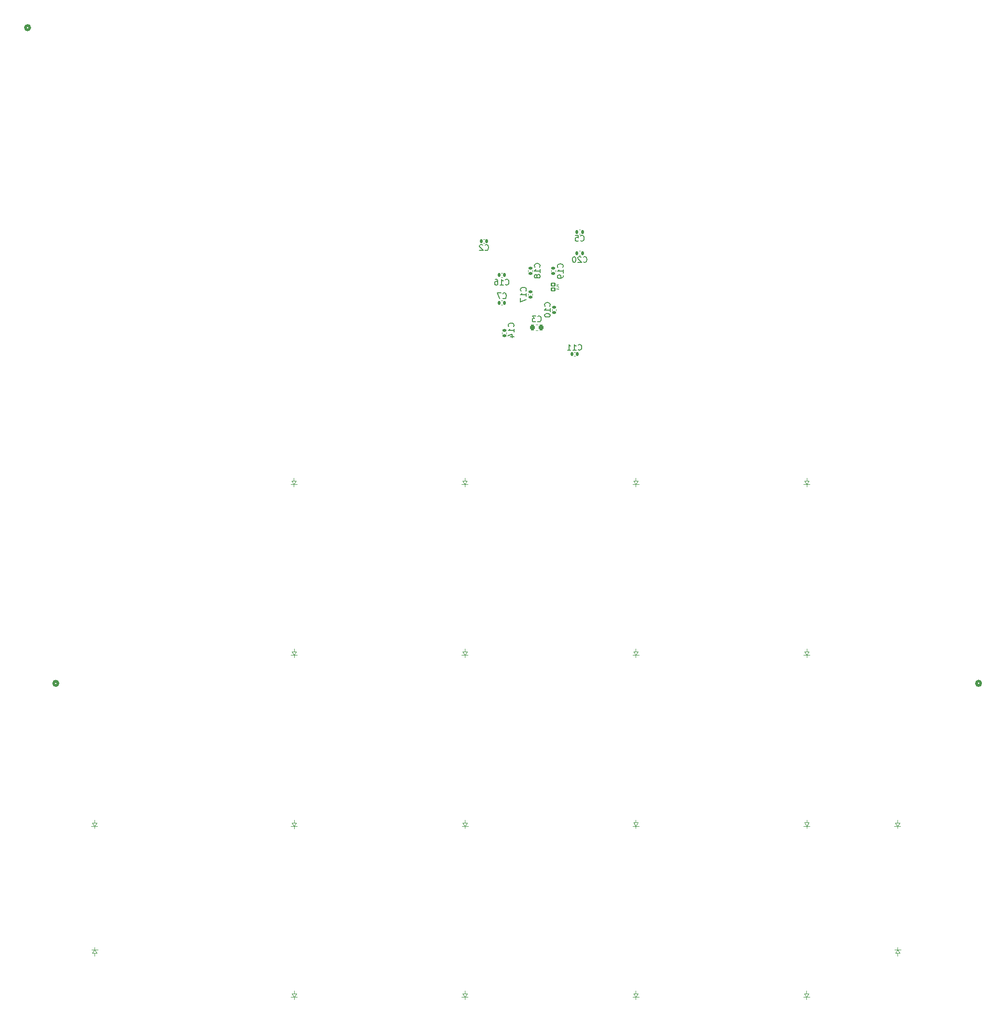
<source format=gbo>
G04 #@! TF.GenerationSoftware,KiCad,Pcbnew,8.0.4*
G04 #@! TF.CreationDate,2024-10-08T15:05:27-04:00*
G04 #@! TF.ProjectId,FULL BOARD,46554c4c-2042-44f4-9152-442e6b696361,rev?*
G04 #@! TF.SameCoordinates,Original*
G04 #@! TF.FileFunction,Legend,Bot*
G04 #@! TF.FilePolarity,Positive*
%FSLAX46Y46*%
G04 Gerber Fmt 4.6, Leading zero omitted, Abs format (unit mm)*
G04 Created by KiCad (PCBNEW 8.0.4) date 2024-10-08 15:05:27*
%MOMM*%
%LPD*%
G01*
G04 APERTURE LIST*
G04 Aperture macros list*
%AMRoundRect*
0 Rectangle with rounded corners*
0 $1 Rounding radius*
0 $2 $3 $4 $5 $6 $7 $8 $9 X,Y pos of 4 corners*
0 Add a 4 corners polygon primitive as box body*
4,1,4,$2,$3,$4,$5,$6,$7,$8,$9,$2,$3,0*
0 Add four circle primitives for the rounded corners*
1,1,$1+$1,$2,$3*
1,1,$1+$1,$4,$5*
1,1,$1+$1,$6,$7*
1,1,$1+$1,$8,$9*
0 Add four rect primitives between the rounded corners*
20,1,$1+$1,$2,$3,$4,$5,0*
20,1,$1+$1,$4,$5,$6,$7,0*
20,1,$1+$1,$6,$7,$8,$9,0*
20,1,$1+$1,$8,$9,$2,$3,0*%
G04 Aperture macros list end*
%ADD10C,0.150000*%
%ADD11C,0.098425*%
%ADD12C,0.508000*%
%ADD13C,0.100000*%
%ADD14C,0.120000*%
%ADD15C,1.600200*%
%ADD16C,0.499999*%
%ADD17C,1.750000*%
%ADD18C,4.000000*%
%ADD19C,2.500000*%
%ADD20C,1.270000*%
%ADD21C,2.006600*%
%ADD22R,1.600000X1.600000*%
%ADD23O,1.600000X1.600000*%
%ADD24RoundRect,0.140000X-0.140000X-0.170000X0.140000X-0.170000X0.140000X0.170000X-0.140000X0.170000X0*%
%ADD25RoundRect,0.140000X0.140000X0.170000X-0.140000X0.170000X-0.140000X-0.170000X0.140000X-0.170000X0*%
%ADD26RoundRect,0.225000X0.225000X0.250000X-0.225000X0.250000X-0.225000X-0.250000X0.225000X-0.250000X0*%
%ADD27RoundRect,0.102000X-0.300000X0.270000X-0.300000X-0.270000X0.300000X-0.270000X0.300000X0.270000X0*%
%ADD28RoundRect,0.140000X0.170000X-0.140000X0.170000X0.140000X-0.170000X0.140000X-0.170000X-0.140000X0*%
%ADD29RoundRect,0.140000X-0.170000X0.140000X-0.170000X-0.140000X0.170000X-0.140000X0.170000X0.140000X0*%
G04 APERTURE END LIST*
D10*
X184071857Y-99507380D02*
X184119476Y-99555000D01*
X184119476Y-99555000D02*
X184262333Y-99602619D01*
X184262333Y-99602619D02*
X184357571Y-99602619D01*
X184357571Y-99602619D02*
X184500428Y-99555000D01*
X184500428Y-99555000D02*
X184595666Y-99459761D01*
X184595666Y-99459761D02*
X184643285Y-99364523D01*
X184643285Y-99364523D02*
X184690904Y-99174047D01*
X184690904Y-99174047D02*
X184690904Y-99031190D01*
X184690904Y-99031190D02*
X184643285Y-98840714D01*
X184643285Y-98840714D02*
X184595666Y-98745476D01*
X184595666Y-98745476D02*
X184500428Y-98650238D01*
X184500428Y-98650238D02*
X184357571Y-98602619D01*
X184357571Y-98602619D02*
X184262333Y-98602619D01*
X184262333Y-98602619D02*
X184119476Y-98650238D01*
X184119476Y-98650238D02*
X184071857Y-98697857D01*
X183690904Y-98697857D02*
X183643285Y-98650238D01*
X183643285Y-98650238D02*
X183548047Y-98602619D01*
X183548047Y-98602619D02*
X183309952Y-98602619D01*
X183309952Y-98602619D02*
X183214714Y-98650238D01*
X183214714Y-98650238D02*
X183167095Y-98697857D01*
X183167095Y-98697857D02*
X183119476Y-98793095D01*
X183119476Y-98793095D02*
X183119476Y-98888333D01*
X183119476Y-98888333D02*
X183167095Y-99031190D01*
X183167095Y-99031190D02*
X183738523Y-99602619D01*
X183738523Y-99602619D02*
X183119476Y-99602619D01*
X182500428Y-98602619D02*
X182405190Y-98602619D01*
X182405190Y-98602619D02*
X182309952Y-98650238D01*
X182309952Y-98650238D02*
X182262333Y-98697857D01*
X182262333Y-98697857D02*
X182214714Y-98793095D01*
X182214714Y-98793095D02*
X182167095Y-98983571D01*
X182167095Y-98983571D02*
X182167095Y-99221666D01*
X182167095Y-99221666D02*
X182214714Y-99412142D01*
X182214714Y-99412142D02*
X182262333Y-99507380D01*
X182262333Y-99507380D02*
X182309952Y-99555000D01*
X182309952Y-99555000D02*
X182405190Y-99602619D01*
X182405190Y-99602619D02*
X182500428Y-99602619D01*
X182500428Y-99602619D02*
X182595666Y-99555000D01*
X182595666Y-99555000D02*
X182643285Y-99507380D01*
X182643285Y-99507380D02*
X182690904Y-99412142D01*
X182690904Y-99412142D02*
X182738523Y-99221666D01*
X182738523Y-99221666D02*
X182738523Y-98983571D01*
X182738523Y-98983571D02*
X182690904Y-98793095D01*
X182690904Y-98793095D02*
X182643285Y-98697857D01*
X182643285Y-98697857D02*
X182595666Y-98650238D01*
X182595666Y-98650238D02*
X182500428Y-98602619D01*
X183595666Y-95773580D02*
X183643285Y-95821200D01*
X183643285Y-95821200D02*
X183786142Y-95868819D01*
X183786142Y-95868819D02*
X183881380Y-95868819D01*
X183881380Y-95868819D02*
X184024237Y-95821200D01*
X184024237Y-95821200D02*
X184119475Y-95725961D01*
X184119475Y-95725961D02*
X184167094Y-95630723D01*
X184167094Y-95630723D02*
X184214713Y-95440247D01*
X184214713Y-95440247D02*
X184214713Y-95297390D01*
X184214713Y-95297390D02*
X184167094Y-95106914D01*
X184167094Y-95106914D02*
X184119475Y-95011676D01*
X184119475Y-95011676D02*
X184024237Y-94916438D01*
X184024237Y-94916438D02*
X183881380Y-94868819D01*
X183881380Y-94868819D02*
X183786142Y-94868819D01*
X183786142Y-94868819D02*
X183643285Y-94916438D01*
X183643285Y-94916438D02*
X183595666Y-94964057D01*
X182690904Y-94868819D02*
X183167094Y-94868819D01*
X183167094Y-94868819D02*
X183214713Y-95345009D01*
X183214713Y-95345009D02*
X183167094Y-95297390D01*
X183167094Y-95297390D02*
X183071856Y-95249771D01*
X183071856Y-95249771D02*
X182833761Y-95249771D01*
X182833761Y-95249771D02*
X182738523Y-95297390D01*
X182738523Y-95297390D02*
X182690904Y-95345009D01*
X182690904Y-95345009D02*
X182643285Y-95440247D01*
X182643285Y-95440247D02*
X182643285Y-95678342D01*
X182643285Y-95678342D02*
X182690904Y-95773580D01*
X182690904Y-95773580D02*
X182738523Y-95821200D01*
X182738523Y-95821200D02*
X182833761Y-95868819D01*
X182833761Y-95868819D02*
X183071856Y-95868819D01*
X183071856Y-95868819D02*
X183167094Y-95821200D01*
X183167094Y-95821200D02*
X183214713Y-95773580D01*
X183182857Y-114916580D02*
X183230476Y-114964200D01*
X183230476Y-114964200D02*
X183373333Y-115011819D01*
X183373333Y-115011819D02*
X183468571Y-115011819D01*
X183468571Y-115011819D02*
X183611428Y-114964200D01*
X183611428Y-114964200D02*
X183706666Y-114868961D01*
X183706666Y-114868961D02*
X183754285Y-114773723D01*
X183754285Y-114773723D02*
X183801904Y-114583247D01*
X183801904Y-114583247D02*
X183801904Y-114440390D01*
X183801904Y-114440390D02*
X183754285Y-114249914D01*
X183754285Y-114249914D02*
X183706666Y-114154676D01*
X183706666Y-114154676D02*
X183611428Y-114059438D01*
X183611428Y-114059438D02*
X183468571Y-114011819D01*
X183468571Y-114011819D02*
X183373333Y-114011819D01*
X183373333Y-114011819D02*
X183230476Y-114059438D01*
X183230476Y-114059438D02*
X183182857Y-114107057D01*
X182230476Y-115011819D02*
X182801904Y-115011819D01*
X182516190Y-115011819D02*
X182516190Y-114011819D01*
X182516190Y-114011819D02*
X182611428Y-114154676D01*
X182611428Y-114154676D02*
X182706666Y-114249914D01*
X182706666Y-114249914D02*
X182801904Y-114297533D01*
X181278095Y-115011819D02*
X181849523Y-115011819D01*
X181563809Y-115011819D02*
X181563809Y-114011819D01*
X181563809Y-114011819D02*
X181659047Y-114154676D01*
X181659047Y-114154676D02*
X181754285Y-114249914D01*
X181754285Y-114249914D02*
X181849523Y-114297533D01*
X176061666Y-109947580D02*
X176109285Y-109995200D01*
X176109285Y-109995200D02*
X176252142Y-110042819D01*
X176252142Y-110042819D02*
X176347380Y-110042819D01*
X176347380Y-110042819D02*
X176490237Y-109995200D01*
X176490237Y-109995200D02*
X176585475Y-109899961D01*
X176585475Y-109899961D02*
X176633094Y-109804723D01*
X176633094Y-109804723D02*
X176680713Y-109614247D01*
X176680713Y-109614247D02*
X176680713Y-109471390D01*
X176680713Y-109471390D02*
X176633094Y-109280914D01*
X176633094Y-109280914D02*
X176585475Y-109185676D01*
X176585475Y-109185676D02*
X176490237Y-109090438D01*
X176490237Y-109090438D02*
X176347380Y-109042819D01*
X176347380Y-109042819D02*
X176252142Y-109042819D01*
X176252142Y-109042819D02*
X176109285Y-109090438D01*
X176109285Y-109090438D02*
X176061666Y-109138057D01*
X175728332Y-109042819D02*
X175109285Y-109042819D01*
X175109285Y-109042819D02*
X175442618Y-109423771D01*
X175442618Y-109423771D02*
X175299761Y-109423771D01*
X175299761Y-109423771D02*
X175204523Y-109471390D01*
X175204523Y-109471390D02*
X175156904Y-109519009D01*
X175156904Y-109519009D02*
X175109285Y-109614247D01*
X175109285Y-109614247D02*
X175109285Y-109852342D01*
X175109285Y-109852342D02*
X175156904Y-109947580D01*
X175156904Y-109947580D02*
X175204523Y-109995200D01*
X175204523Y-109995200D02*
X175299761Y-110042819D01*
X175299761Y-110042819D02*
X175585475Y-110042819D01*
X175585475Y-110042819D02*
X175680713Y-109995200D01*
X175680713Y-109995200D02*
X175728332Y-109947580D01*
X169950666Y-105899580D02*
X169998285Y-105947200D01*
X169998285Y-105947200D02*
X170141142Y-105994819D01*
X170141142Y-105994819D02*
X170236380Y-105994819D01*
X170236380Y-105994819D02*
X170379237Y-105947200D01*
X170379237Y-105947200D02*
X170474475Y-105851961D01*
X170474475Y-105851961D02*
X170522094Y-105756723D01*
X170522094Y-105756723D02*
X170569713Y-105566247D01*
X170569713Y-105566247D02*
X170569713Y-105423390D01*
X170569713Y-105423390D02*
X170522094Y-105232914D01*
X170522094Y-105232914D02*
X170474475Y-105137676D01*
X170474475Y-105137676D02*
X170379237Y-105042438D01*
X170379237Y-105042438D02*
X170236380Y-104994819D01*
X170236380Y-104994819D02*
X170141142Y-104994819D01*
X170141142Y-104994819D02*
X169998285Y-105042438D01*
X169998285Y-105042438D02*
X169950666Y-105090057D01*
X169617332Y-104994819D02*
X168950666Y-104994819D01*
X168950666Y-104994819D02*
X169379237Y-105994819D01*
D11*
X179522390Y-103650812D02*
X179522390Y-103519578D01*
X179728614Y-103519578D02*
X179334913Y-103519578D01*
X179334913Y-103519578D02*
X179334913Y-103707055D01*
X179728614Y-104044513D02*
X179728614Y-103857036D01*
X179728614Y-103857036D02*
X179334913Y-103857036D01*
X179728614Y-104381970D02*
X179728614Y-104156998D01*
X179728614Y-104269484D02*
X179334913Y-104269484D01*
X179334913Y-104269484D02*
X179391156Y-104231989D01*
X179391156Y-104231989D02*
X179428652Y-104194494D01*
X179428652Y-104194494D02*
X179447399Y-104156998D01*
D10*
X180430580Y-100497142D02*
X180478200Y-100449523D01*
X180478200Y-100449523D02*
X180525819Y-100306666D01*
X180525819Y-100306666D02*
X180525819Y-100211428D01*
X180525819Y-100211428D02*
X180478200Y-100068571D01*
X180478200Y-100068571D02*
X180382961Y-99973333D01*
X180382961Y-99973333D02*
X180287723Y-99925714D01*
X180287723Y-99925714D02*
X180097247Y-99878095D01*
X180097247Y-99878095D02*
X179954390Y-99878095D01*
X179954390Y-99878095D02*
X179763914Y-99925714D01*
X179763914Y-99925714D02*
X179668676Y-99973333D01*
X179668676Y-99973333D02*
X179573438Y-100068571D01*
X179573438Y-100068571D02*
X179525819Y-100211428D01*
X179525819Y-100211428D02*
X179525819Y-100306666D01*
X179525819Y-100306666D02*
X179573438Y-100449523D01*
X179573438Y-100449523D02*
X179621057Y-100497142D01*
X180525819Y-101449523D02*
X180525819Y-100878095D01*
X180525819Y-101163809D02*
X179525819Y-101163809D01*
X179525819Y-101163809D02*
X179668676Y-101068571D01*
X179668676Y-101068571D02*
X179763914Y-100973333D01*
X179763914Y-100973333D02*
X179811533Y-100878095D01*
X180525819Y-101925714D02*
X180525819Y-102116190D01*
X180525819Y-102116190D02*
X180478200Y-102211428D01*
X180478200Y-102211428D02*
X180430580Y-102259047D01*
X180430580Y-102259047D02*
X180287723Y-102354285D01*
X180287723Y-102354285D02*
X180097247Y-102401904D01*
X180097247Y-102401904D02*
X179716295Y-102401904D01*
X179716295Y-102401904D02*
X179621057Y-102354285D01*
X179621057Y-102354285D02*
X179573438Y-102306666D01*
X179573438Y-102306666D02*
X179525819Y-102211428D01*
X179525819Y-102211428D02*
X179525819Y-102020952D01*
X179525819Y-102020952D02*
X179573438Y-101925714D01*
X179573438Y-101925714D02*
X179621057Y-101878095D01*
X179621057Y-101878095D02*
X179716295Y-101830476D01*
X179716295Y-101830476D02*
X179954390Y-101830476D01*
X179954390Y-101830476D02*
X180049628Y-101878095D01*
X180049628Y-101878095D02*
X180097247Y-101925714D01*
X180097247Y-101925714D02*
X180144866Y-102020952D01*
X180144866Y-102020952D02*
X180144866Y-102211428D01*
X180144866Y-102211428D02*
X180097247Y-102306666D01*
X180097247Y-102306666D02*
X180049628Y-102354285D01*
X180049628Y-102354285D02*
X179954390Y-102401904D01*
X170398857Y-103478180D02*
X170446476Y-103525800D01*
X170446476Y-103525800D02*
X170589333Y-103573419D01*
X170589333Y-103573419D02*
X170684571Y-103573419D01*
X170684571Y-103573419D02*
X170827428Y-103525800D01*
X170827428Y-103525800D02*
X170922666Y-103430561D01*
X170922666Y-103430561D02*
X170970285Y-103335323D01*
X170970285Y-103335323D02*
X171017904Y-103144847D01*
X171017904Y-103144847D02*
X171017904Y-103001990D01*
X171017904Y-103001990D02*
X170970285Y-102811514D01*
X170970285Y-102811514D02*
X170922666Y-102716276D01*
X170922666Y-102716276D02*
X170827428Y-102621038D01*
X170827428Y-102621038D02*
X170684571Y-102573419D01*
X170684571Y-102573419D02*
X170589333Y-102573419D01*
X170589333Y-102573419D02*
X170446476Y-102621038D01*
X170446476Y-102621038D02*
X170398857Y-102668657D01*
X169446476Y-103573419D02*
X170017904Y-103573419D01*
X169732190Y-103573419D02*
X169732190Y-102573419D01*
X169732190Y-102573419D02*
X169827428Y-102716276D01*
X169827428Y-102716276D02*
X169922666Y-102811514D01*
X169922666Y-102811514D02*
X170017904Y-102859133D01*
X168589333Y-102573419D02*
X168779809Y-102573419D01*
X168779809Y-102573419D02*
X168875047Y-102621038D01*
X168875047Y-102621038D02*
X168922666Y-102668657D01*
X168922666Y-102668657D02*
X169017904Y-102811514D01*
X169017904Y-102811514D02*
X169065523Y-103001990D01*
X169065523Y-103001990D02*
X169065523Y-103382942D01*
X169065523Y-103382942D02*
X169017904Y-103478180D01*
X169017904Y-103478180D02*
X168970285Y-103525800D01*
X168970285Y-103525800D02*
X168875047Y-103573419D01*
X168875047Y-103573419D02*
X168684571Y-103573419D01*
X168684571Y-103573419D02*
X168589333Y-103525800D01*
X168589333Y-103525800D02*
X168541714Y-103478180D01*
X168541714Y-103478180D02*
X168494095Y-103382942D01*
X168494095Y-103382942D02*
X168494095Y-103144847D01*
X168494095Y-103144847D02*
X168541714Y-103049609D01*
X168541714Y-103049609D02*
X168589333Y-103001990D01*
X168589333Y-103001990D02*
X168684571Y-102954371D01*
X168684571Y-102954371D02*
X168875047Y-102954371D01*
X168875047Y-102954371D02*
X168970285Y-103001990D01*
X168970285Y-103001990D02*
X169017904Y-103049609D01*
X169017904Y-103049609D02*
X169065523Y-103144847D01*
X176394580Y-100441142D02*
X176442200Y-100393523D01*
X176442200Y-100393523D02*
X176489819Y-100250666D01*
X176489819Y-100250666D02*
X176489819Y-100155428D01*
X176489819Y-100155428D02*
X176442200Y-100012571D01*
X176442200Y-100012571D02*
X176346961Y-99917333D01*
X176346961Y-99917333D02*
X176251723Y-99869714D01*
X176251723Y-99869714D02*
X176061247Y-99822095D01*
X176061247Y-99822095D02*
X175918390Y-99822095D01*
X175918390Y-99822095D02*
X175727914Y-99869714D01*
X175727914Y-99869714D02*
X175632676Y-99917333D01*
X175632676Y-99917333D02*
X175537438Y-100012571D01*
X175537438Y-100012571D02*
X175489819Y-100155428D01*
X175489819Y-100155428D02*
X175489819Y-100250666D01*
X175489819Y-100250666D02*
X175537438Y-100393523D01*
X175537438Y-100393523D02*
X175585057Y-100441142D01*
X176489819Y-101393523D02*
X176489819Y-100822095D01*
X176489819Y-101107809D02*
X175489819Y-101107809D01*
X175489819Y-101107809D02*
X175632676Y-101012571D01*
X175632676Y-101012571D02*
X175727914Y-100917333D01*
X175727914Y-100917333D02*
X175775533Y-100822095D01*
X175918390Y-101964952D02*
X175870771Y-101869714D01*
X175870771Y-101869714D02*
X175823152Y-101822095D01*
X175823152Y-101822095D02*
X175727914Y-101774476D01*
X175727914Y-101774476D02*
X175680295Y-101774476D01*
X175680295Y-101774476D02*
X175585057Y-101822095D01*
X175585057Y-101822095D02*
X175537438Y-101869714D01*
X175537438Y-101869714D02*
X175489819Y-101964952D01*
X175489819Y-101964952D02*
X175489819Y-102155428D01*
X175489819Y-102155428D02*
X175537438Y-102250666D01*
X175537438Y-102250666D02*
X175585057Y-102298285D01*
X175585057Y-102298285D02*
X175680295Y-102345904D01*
X175680295Y-102345904D02*
X175727914Y-102345904D01*
X175727914Y-102345904D02*
X175823152Y-102298285D01*
X175823152Y-102298285D02*
X175870771Y-102250666D01*
X175870771Y-102250666D02*
X175918390Y-102155428D01*
X175918390Y-102155428D02*
X175918390Y-101964952D01*
X175918390Y-101964952D02*
X175966009Y-101869714D01*
X175966009Y-101869714D02*
X176013628Y-101822095D01*
X176013628Y-101822095D02*
X176108866Y-101774476D01*
X176108866Y-101774476D02*
X176299342Y-101774476D01*
X176299342Y-101774476D02*
X176394580Y-101822095D01*
X176394580Y-101822095D02*
X176442200Y-101869714D01*
X176442200Y-101869714D02*
X176489819Y-101964952D01*
X176489819Y-101964952D02*
X176489819Y-102155428D01*
X176489819Y-102155428D02*
X176442200Y-102250666D01*
X176442200Y-102250666D02*
X176394580Y-102298285D01*
X176394580Y-102298285D02*
X176299342Y-102345904D01*
X176299342Y-102345904D02*
X176108866Y-102345904D01*
X176108866Y-102345904D02*
X176013628Y-102298285D01*
X176013628Y-102298285D02*
X175966009Y-102250666D01*
X175966009Y-102250666D02*
X175918390Y-102155428D01*
X166803666Y-97424580D02*
X166851285Y-97472200D01*
X166851285Y-97472200D02*
X166994142Y-97519819D01*
X166994142Y-97519819D02*
X167089380Y-97519819D01*
X167089380Y-97519819D02*
X167232237Y-97472200D01*
X167232237Y-97472200D02*
X167327475Y-97376961D01*
X167327475Y-97376961D02*
X167375094Y-97281723D01*
X167375094Y-97281723D02*
X167422713Y-97091247D01*
X167422713Y-97091247D02*
X167422713Y-96948390D01*
X167422713Y-96948390D02*
X167375094Y-96757914D01*
X167375094Y-96757914D02*
X167327475Y-96662676D01*
X167327475Y-96662676D02*
X167232237Y-96567438D01*
X167232237Y-96567438D02*
X167089380Y-96519819D01*
X167089380Y-96519819D02*
X166994142Y-96519819D01*
X166994142Y-96519819D02*
X166851285Y-96567438D01*
X166851285Y-96567438D02*
X166803666Y-96615057D01*
X166422713Y-96615057D02*
X166375094Y-96567438D01*
X166375094Y-96567438D02*
X166279856Y-96519819D01*
X166279856Y-96519819D02*
X166041761Y-96519819D01*
X166041761Y-96519819D02*
X165946523Y-96567438D01*
X165946523Y-96567438D02*
X165898904Y-96615057D01*
X165898904Y-96615057D02*
X165851285Y-96710295D01*
X165851285Y-96710295D02*
X165851285Y-96805533D01*
X165851285Y-96805533D02*
X165898904Y-96948390D01*
X165898904Y-96948390D02*
X166470332Y-97519819D01*
X166470332Y-97519819D02*
X165851285Y-97519819D01*
X173964580Y-104632142D02*
X174012200Y-104584523D01*
X174012200Y-104584523D02*
X174059819Y-104441666D01*
X174059819Y-104441666D02*
X174059819Y-104346428D01*
X174059819Y-104346428D02*
X174012200Y-104203571D01*
X174012200Y-104203571D02*
X173916961Y-104108333D01*
X173916961Y-104108333D02*
X173821723Y-104060714D01*
X173821723Y-104060714D02*
X173631247Y-104013095D01*
X173631247Y-104013095D02*
X173488390Y-104013095D01*
X173488390Y-104013095D02*
X173297914Y-104060714D01*
X173297914Y-104060714D02*
X173202676Y-104108333D01*
X173202676Y-104108333D02*
X173107438Y-104203571D01*
X173107438Y-104203571D02*
X173059819Y-104346428D01*
X173059819Y-104346428D02*
X173059819Y-104441666D01*
X173059819Y-104441666D02*
X173107438Y-104584523D01*
X173107438Y-104584523D02*
X173155057Y-104632142D01*
X174059819Y-105584523D02*
X174059819Y-105013095D01*
X174059819Y-105298809D02*
X173059819Y-105298809D01*
X173059819Y-105298809D02*
X173202676Y-105203571D01*
X173202676Y-105203571D02*
X173297914Y-105108333D01*
X173297914Y-105108333D02*
X173345533Y-105013095D01*
X173059819Y-105917857D02*
X173059819Y-106584523D01*
X173059819Y-106584523D02*
X174059819Y-106155952D01*
X178155580Y-107299142D02*
X178203200Y-107251523D01*
X178203200Y-107251523D02*
X178250819Y-107108666D01*
X178250819Y-107108666D02*
X178250819Y-107013428D01*
X178250819Y-107013428D02*
X178203200Y-106870571D01*
X178203200Y-106870571D02*
X178107961Y-106775333D01*
X178107961Y-106775333D02*
X178012723Y-106727714D01*
X178012723Y-106727714D02*
X177822247Y-106680095D01*
X177822247Y-106680095D02*
X177679390Y-106680095D01*
X177679390Y-106680095D02*
X177488914Y-106727714D01*
X177488914Y-106727714D02*
X177393676Y-106775333D01*
X177393676Y-106775333D02*
X177298438Y-106870571D01*
X177298438Y-106870571D02*
X177250819Y-107013428D01*
X177250819Y-107013428D02*
X177250819Y-107108666D01*
X177250819Y-107108666D02*
X177298438Y-107251523D01*
X177298438Y-107251523D02*
X177346057Y-107299142D01*
X178250819Y-108251523D02*
X178250819Y-107680095D01*
X178250819Y-107965809D02*
X177250819Y-107965809D01*
X177250819Y-107965809D02*
X177393676Y-107870571D01*
X177393676Y-107870571D02*
X177488914Y-107775333D01*
X177488914Y-107775333D02*
X177536533Y-107680095D01*
X177250819Y-108870571D02*
X177250819Y-108965809D01*
X177250819Y-108965809D02*
X177298438Y-109061047D01*
X177298438Y-109061047D02*
X177346057Y-109108666D01*
X177346057Y-109108666D02*
X177441295Y-109156285D01*
X177441295Y-109156285D02*
X177631771Y-109203904D01*
X177631771Y-109203904D02*
X177869866Y-109203904D01*
X177869866Y-109203904D02*
X178060342Y-109156285D01*
X178060342Y-109156285D02*
X178155580Y-109108666D01*
X178155580Y-109108666D02*
X178203200Y-109061047D01*
X178203200Y-109061047D02*
X178250819Y-108965809D01*
X178250819Y-108965809D02*
X178250819Y-108870571D01*
X178250819Y-108870571D02*
X178203200Y-108775333D01*
X178203200Y-108775333D02*
X178155580Y-108727714D01*
X178155580Y-108727714D02*
X178060342Y-108680095D01*
X178060342Y-108680095D02*
X177869866Y-108632476D01*
X177869866Y-108632476D02*
X177631771Y-108632476D01*
X177631771Y-108632476D02*
X177441295Y-108680095D01*
X177441295Y-108680095D02*
X177346057Y-108727714D01*
X177346057Y-108727714D02*
X177298438Y-108775333D01*
X177298438Y-108775333D02*
X177250819Y-108870571D01*
X171802580Y-110883142D02*
X171850200Y-110835523D01*
X171850200Y-110835523D02*
X171897819Y-110692666D01*
X171897819Y-110692666D02*
X171897819Y-110597428D01*
X171897819Y-110597428D02*
X171850200Y-110454571D01*
X171850200Y-110454571D02*
X171754961Y-110359333D01*
X171754961Y-110359333D02*
X171659723Y-110311714D01*
X171659723Y-110311714D02*
X171469247Y-110264095D01*
X171469247Y-110264095D02*
X171326390Y-110264095D01*
X171326390Y-110264095D02*
X171135914Y-110311714D01*
X171135914Y-110311714D02*
X171040676Y-110359333D01*
X171040676Y-110359333D02*
X170945438Y-110454571D01*
X170945438Y-110454571D02*
X170897819Y-110597428D01*
X170897819Y-110597428D02*
X170897819Y-110692666D01*
X170897819Y-110692666D02*
X170945438Y-110835523D01*
X170945438Y-110835523D02*
X170993057Y-110883142D01*
X171897819Y-111835523D02*
X171897819Y-111264095D01*
X171897819Y-111549809D02*
X170897819Y-111549809D01*
X170897819Y-111549809D02*
X171040676Y-111454571D01*
X171040676Y-111454571D02*
X171135914Y-111359333D01*
X171135914Y-111359333D02*
X171183533Y-111264095D01*
X171231152Y-112692666D02*
X171897819Y-112692666D01*
X170850200Y-112454571D02*
X171564485Y-112216476D01*
X171564485Y-112216476D02*
X171564485Y-112835523D01*
D12*
X91843433Y-173514000D02*
G75*
G02*
X91081433Y-173514000I-381000J0D01*
G01*
X91081433Y-173514000D02*
G75*
G02*
X91843433Y-173514000I381000J0D01*
G01*
X86887841Y-58423719D02*
G75*
G02*
X86125841Y-58423719I-381000J0D01*
G01*
X86125841Y-58423719D02*
G75*
G02*
X86887841Y-58423719I381000J0D01*
G01*
X253843368Y-173514000D02*
G75*
G02*
X253081368Y-173514000I-381000J0D01*
G01*
X253081368Y-173514000D02*
G75*
G02*
X253843368Y-173514000I381000J0D01*
G01*
D13*
X97868000Y-220859400D02*
X98268000Y-220259400D01*
X98268000Y-220259400D02*
X98268000Y-219859400D01*
X98268000Y-220259400D02*
X98668000Y-220859400D01*
X98268000Y-221359400D02*
X98268000Y-220859400D01*
X98668000Y-220859400D02*
X97868000Y-220859400D01*
X98818000Y-220259400D02*
X97718000Y-220259400D01*
X97708000Y-198569400D02*
X98808000Y-198569400D01*
X97858000Y-197969400D02*
X98658000Y-197969400D01*
X98258000Y-197469400D02*
X98258000Y-197969400D01*
X98258000Y-198569400D02*
X97858000Y-197969400D01*
X98258000Y-198569400D02*
X98258000Y-198969400D01*
X98658000Y-197969400D02*
X98258000Y-198569400D01*
X162729000Y-168554000D02*
X163829000Y-168554000D01*
X162879000Y-167954000D02*
X163679000Y-167954000D01*
X163279000Y-167454000D02*
X163279000Y-167954000D01*
X163279000Y-168554000D02*
X162879000Y-167954000D01*
X163279000Y-168554000D02*
X163279000Y-168954000D01*
X163679000Y-167954000D02*
X163279000Y-168554000D01*
D14*
X183536836Y-97627800D02*
X183321164Y-97627800D01*
X183536836Y-98347800D02*
X183321164Y-98347800D01*
X183536836Y-93894000D02*
X183321164Y-93894000D01*
X183536836Y-94614000D02*
X183321164Y-94614000D01*
D13*
X132728000Y-168569400D02*
X133828000Y-168569400D01*
X132878000Y-167969400D02*
X133678000Y-167969400D01*
X133278000Y-167469400D02*
X133278000Y-167969400D01*
X133278000Y-168569400D02*
X132878000Y-167969400D01*
X133278000Y-168569400D02*
X133278000Y-168969400D01*
X133678000Y-167969400D02*
X133278000Y-168569400D01*
X192728000Y-138579400D02*
X193828000Y-138579400D01*
X192878000Y-137979400D02*
X193678000Y-137979400D01*
X193278000Y-137479400D02*
X193278000Y-137979400D01*
X193278000Y-138579400D02*
X192878000Y-137979400D01*
X193278000Y-138579400D02*
X193278000Y-138979400D01*
X193678000Y-137979400D02*
X193278000Y-138579400D01*
X238858000Y-220849400D02*
X239258000Y-220249400D01*
X239258000Y-220249400D02*
X239258000Y-219849400D01*
X239258000Y-220249400D02*
X239658000Y-220849400D01*
X239258000Y-221349400D02*
X239258000Y-220849400D01*
X239658000Y-220849400D02*
X238858000Y-220849400D01*
X239808000Y-220249400D02*
X238708000Y-220249400D01*
D14*
X182432164Y-115357000D02*
X182647836Y-115357000D01*
X182432164Y-116077000D02*
X182647836Y-116077000D01*
X175754420Y-110508000D02*
X176035580Y-110508000D01*
X175754420Y-111528000D02*
X176035580Y-111528000D01*
X169676164Y-106340000D02*
X169891836Y-106340000D01*
X169676164Y-107060000D02*
X169891836Y-107060000D01*
D13*
X222738000Y-198559400D02*
X223838000Y-198559400D01*
X222888000Y-197959400D02*
X223688000Y-197959400D01*
X223288000Y-197459400D02*
X223288000Y-197959400D01*
X223288000Y-198559400D02*
X222888000Y-197959400D01*
X223288000Y-198559400D02*
X223288000Y-198959400D01*
X223688000Y-197959400D02*
X223288000Y-198559400D01*
X222728000Y-168559400D02*
X223828000Y-168559400D01*
X222878000Y-167959400D02*
X223678000Y-167959400D01*
X223278000Y-167459400D02*
X223278000Y-167959400D01*
X223278000Y-168559400D02*
X222878000Y-167959400D01*
X223278000Y-168559400D02*
X223278000Y-168959400D01*
X223678000Y-167959400D02*
X223278000Y-168559400D01*
X132718000Y-138569400D02*
X133818000Y-138569400D01*
X132868000Y-137969400D02*
X133668000Y-137969400D01*
X133268000Y-137469400D02*
X133268000Y-137969400D01*
X133268000Y-138569400D02*
X132868000Y-137969400D01*
X133268000Y-138569400D02*
X133268000Y-138969400D01*
X133668000Y-137969400D02*
X133268000Y-138569400D01*
X132748000Y-228579400D02*
X133848000Y-228579400D01*
X132898000Y-227979400D02*
X133698000Y-227979400D01*
X133298000Y-227479400D02*
X133298000Y-227979400D01*
X133298000Y-228579400D02*
X132898000Y-227979400D01*
X133298000Y-228579400D02*
X133298000Y-228979400D01*
X133698000Y-227979400D02*
X133298000Y-228579400D01*
X162718000Y-228569400D02*
X163818000Y-228569400D01*
X162868000Y-227969400D02*
X163668000Y-227969400D01*
X163268000Y-227469400D02*
X163268000Y-227969400D01*
X163268000Y-228569400D02*
X162868000Y-227969400D01*
X163268000Y-228569400D02*
X163268000Y-228969400D01*
X163668000Y-227969400D02*
X163268000Y-228569400D01*
X132728000Y-198579400D02*
X133828000Y-198579400D01*
X132878000Y-197979400D02*
X133678000Y-197979400D01*
X133278000Y-197479400D02*
X133278000Y-197979400D01*
X133278000Y-198579400D02*
X132878000Y-197979400D01*
X133278000Y-198579400D02*
X133278000Y-198979400D01*
X133678000Y-197979400D02*
X133278000Y-198579400D01*
D14*
X178441000Y-101004164D02*
X178441000Y-101219836D01*
X179161000Y-101004164D02*
X179161000Y-101219836D01*
X169891836Y-101488600D02*
X169676164Y-101488600D01*
X169891836Y-102208600D02*
X169676164Y-102208600D01*
D13*
X192738000Y-198559400D02*
X193838000Y-198559400D01*
X192888000Y-197959400D02*
X193688000Y-197959400D01*
X193288000Y-197459400D02*
X193288000Y-197959400D01*
X193288000Y-198559400D02*
X192888000Y-197959400D01*
X193288000Y-198559400D02*
X193288000Y-198959400D01*
X193688000Y-197959400D02*
X193288000Y-198559400D01*
D14*
X174405000Y-101004164D02*
X174405000Y-101219836D01*
X175125000Y-101004164D02*
X175125000Y-101219836D01*
D13*
X222728000Y-138569400D02*
X223828000Y-138569400D01*
X222878000Y-137969400D02*
X223678000Y-137969400D01*
X223278000Y-137469400D02*
X223278000Y-137969400D01*
X223278000Y-138569400D02*
X222878000Y-137969400D01*
X223278000Y-138569400D02*
X223278000Y-138969400D01*
X223678000Y-137969400D02*
X223278000Y-138569400D01*
D14*
X166744836Y-95545000D02*
X166529164Y-95545000D01*
X166744836Y-96265000D02*
X166529164Y-96265000D01*
D13*
X192728000Y-168559400D02*
X193828000Y-168559400D01*
X192878000Y-167959400D02*
X193678000Y-167959400D01*
X193278000Y-167459400D02*
X193278000Y-167959400D01*
X193278000Y-168559400D02*
X192878000Y-167959400D01*
X193278000Y-168559400D02*
X193278000Y-168959400D01*
X193678000Y-167959400D02*
X193278000Y-168559400D01*
D14*
X174405000Y-105382836D02*
X174405000Y-105167164D01*
X175125000Y-105382836D02*
X175125000Y-105167164D01*
D13*
X162708000Y-138579400D02*
X163808000Y-138579400D01*
X162858000Y-137979400D02*
X163658000Y-137979400D01*
X163258000Y-137479400D02*
X163258000Y-137979400D01*
X163258000Y-138579400D02*
X162858000Y-137979400D01*
X163258000Y-138579400D02*
X163258000Y-138979400D01*
X163658000Y-137979400D02*
X163258000Y-138579400D01*
X192728000Y-228569400D02*
X193828000Y-228569400D01*
X192878000Y-227969400D02*
X193678000Y-227969400D01*
X193278000Y-227469400D02*
X193278000Y-227969400D01*
X193278000Y-228569400D02*
X192878000Y-227969400D01*
X193278000Y-228569400D02*
X193278000Y-228969400D01*
X193678000Y-227969400D02*
X193278000Y-228569400D01*
D14*
X178596000Y-108049836D02*
X178596000Y-107834164D01*
X179316000Y-108049836D02*
X179316000Y-107834164D01*
D13*
X162748000Y-198569400D02*
X163848000Y-198569400D01*
X162898000Y-197969400D02*
X163698000Y-197969400D01*
X163298000Y-197469400D02*
X163298000Y-197969400D01*
X163298000Y-198569400D02*
X162898000Y-197969400D01*
X163298000Y-198569400D02*
X163298000Y-198969400D01*
X163698000Y-197969400D02*
X163298000Y-198569400D01*
D14*
X169833000Y-111898164D02*
X169833000Y-112113836D01*
X170553000Y-111898164D02*
X170553000Y-112113836D01*
D13*
X238678000Y-198569400D02*
X239778000Y-198569400D01*
X238828000Y-197969400D02*
X239628000Y-197969400D01*
X239228000Y-197469400D02*
X239228000Y-197969400D01*
X239228000Y-198569400D02*
X238828000Y-197969400D01*
X239228000Y-198569400D02*
X239228000Y-198969400D01*
X239628000Y-197969400D02*
X239228000Y-198569400D01*
X222708000Y-228559400D02*
X223808000Y-228559400D01*
X222858000Y-227959400D02*
X223658000Y-227959400D01*
X223258000Y-227459400D02*
X223258000Y-227959400D01*
X223258000Y-228559400D02*
X222858000Y-227959400D01*
X223258000Y-228559400D02*
X223258000Y-228959400D01*
X223658000Y-227959400D02*
X223258000Y-228559400D01*
%LPC*%
D15*
X179511600Y-53491400D03*
X179511600Y-56031400D03*
X176971600Y-53491400D03*
X176971600Y-56031400D03*
X174431600Y-53491400D03*
X174431600Y-56031400D03*
X171891600Y-53491400D03*
X171891600Y-56031400D03*
X169351600Y-53491400D03*
X169351600Y-56031400D03*
D16*
X87724200Y-135269999D03*
X87724200Y-134169999D03*
X87724200Y-133070001D03*
X87724200Y-131970001D03*
X85919200Y-135269999D03*
X85919200Y-134169999D03*
X85919200Y-133070001D03*
X85919200Y-131970001D03*
X84114200Y-135269999D03*
X84114200Y-134169999D03*
X84114200Y-133070001D03*
X84114200Y-131970001D03*
D17*
X243674000Y-229491400D03*
D18*
X248754000Y-229491400D03*
D17*
X253834000Y-229491400D03*
D19*
X244944000Y-226951400D03*
X251294000Y-224411400D03*
D17*
X148674000Y-229491400D03*
D18*
X153754000Y-229491400D03*
D17*
X158834000Y-229491400D03*
D19*
X149944000Y-226951400D03*
X156294000Y-224411400D03*
D20*
X88754033Y-173514000D03*
X86754032Y-173514000D03*
D17*
X118674000Y-229491400D03*
D18*
X123754000Y-229491400D03*
D17*
X128834000Y-229491400D03*
D19*
X119944000Y-226951400D03*
X126294000Y-224411400D03*
D17*
X178674000Y-199491400D03*
D18*
X183754000Y-199491400D03*
D17*
X188834000Y-199491400D03*
D19*
X179944000Y-196951400D03*
X186294000Y-194411400D03*
D17*
X83674000Y-199491400D03*
D18*
X88754000Y-199491400D03*
D17*
X93834000Y-199491400D03*
D19*
X84944000Y-196951400D03*
X91294000Y-194411400D03*
D21*
X83021600Y-45491400D03*
D17*
X208674000Y-199491400D03*
D18*
X213754000Y-199491400D03*
D17*
X218834000Y-199491400D03*
D19*
X209944000Y-196951400D03*
X216294000Y-194411400D03*
D17*
X118674000Y-169491400D03*
D18*
X123754000Y-169491400D03*
D17*
X128834000Y-169491400D03*
D19*
X119944000Y-166951400D03*
X126294000Y-164411400D03*
D17*
X118674000Y-199491400D03*
D18*
X123754000Y-199491400D03*
D17*
X128834000Y-199491400D03*
D19*
X119944000Y-196951400D03*
X126294000Y-194411400D03*
D17*
X148674000Y-139491400D03*
D18*
X153754000Y-139491400D03*
D17*
X158834000Y-139491400D03*
D19*
X149944000Y-136951400D03*
X156294000Y-134411400D03*
D17*
X148674000Y-169491400D03*
D18*
X153754000Y-169491400D03*
D17*
X158834000Y-169491400D03*
D19*
X149944000Y-166951400D03*
X156294000Y-164411400D03*
D17*
X208674000Y-229491400D03*
D18*
X213754000Y-229491400D03*
D17*
X218834000Y-229491400D03*
D19*
X209944000Y-226951400D03*
X216294000Y-224411400D03*
D17*
X208674000Y-139491400D03*
D18*
X213754000Y-139491400D03*
D17*
X218834000Y-139491400D03*
D19*
X209944000Y-136951400D03*
X216294000Y-134411400D03*
D20*
X250753968Y-173514000D03*
X248753967Y-173514000D03*
D17*
X118674000Y-139491400D03*
D18*
X123754000Y-139491400D03*
D17*
X128834000Y-139491400D03*
D19*
X119944000Y-136951400D03*
X126294000Y-134411400D03*
D17*
X83674000Y-229491400D03*
D18*
X88754000Y-229491400D03*
D17*
X93834000Y-229491400D03*
D19*
X84944000Y-226951400D03*
X91294000Y-224411400D03*
D17*
X148674000Y-199491400D03*
D18*
X153754000Y-199491400D03*
D17*
X158834000Y-199491400D03*
D19*
X149944000Y-196951400D03*
X156294000Y-194411400D03*
D17*
X243674000Y-199491400D03*
D18*
X248754000Y-199491400D03*
D17*
X253834000Y-199491400D03*
D19*
X244944000Y-196951400D03*
X251294000Y-194411400D03*
D17*
X208674000Y-169491400D03*
D18*
X213754000Y-169491400D03*
D17*
X218834000Y-169491400D03*
D19*
X209944000Y-166951400D03*
X216294000Y-164411400D03*
D17*
X178674000Y-169491400D03*
D18*
X183754000Y-169491400D03*
D17*
X188834000Y-169491400D03*
D19*
X179944000Y-166951400D03*
X186294000Y-164411400D03*
D17*
X178674000Y-229491400D03*
D18*
X183754000Y-229491400D03*
D17*
X188834000Y-229491400D03*
D19*
X179944000Y-226951400D03*
X186294000Y-224411400D03*
D17*
X178674000Y-139491400D03*
D18*
X183754000Y-139491400D03*
D17*
X188834000Y-139491400D03*
D19*
X179944000Y-136951400D03*
X186294000Y-134411400D03*
D22*
X98268000Y-216799400D03*
D23*
X98268000Y-224419400D03*
D22*
X98258000Y-202029400D03*
D23*
X98258000Y-194409400D03*
D22*
X163279000Y-172014000D03*
D23*
X163279000Y-164394000D03*
D24*
X182949000Y-97987800D03*
X183909000Y-97987800D03*
X182949000Y-94254000D03*
X183909000Y-94254000D03*
D22*
X133278000Y-172029400D03*
D23*
X133278000Y-164409400D03*
D22*
X193278000Y-142039400D03*
D23*
X193278000Y-134419400D03*
D22*
X239258000Y-216789400D03*
D23*
X239258000Y-224409400D03*
D25*
X183020000Y-115717000D03*
X182060000Y-115717000D03*
D26*
X176670000Y-111018000D03*
X175120000Y-111018000D03*
D25*
X170264000Y-106700000D03*
X169304000Y-106700000D03*
D27*
X178803600Y-103499400D03*
X178803600Y-104363400D03*
D22*
X223288000Y-202019400D03*
D23*
X223288000Y-194399400D03*
D22*
X223278000Y-172019400D03*
D23*
X223278000Y-164399400D03*
D22*
X133268000Y-142029400D03*
D23*
X133268000Y-134409400D03*
D22*
X133298000Y-232039400D03*
D23*
X133298000Y-224419400D03*
D22*
X163268000Y-232029400D03*
D23*
X163268000Y-224409400D03*
D22*
X133278000Y-202039400D03*
D23*
X133278000Y-194419400D03*
D28*
X178801000Y-101592000D03*
X178801000Y-100632000D03*
D24*
X169304000Y-101848600D03*
X170264000Y-101848600D03*
D22*
X193288000Y-202019400D03*
D23*
X193288000Y-194399400D03*
D28*
X174765000Y-101592000D03*
X174765000Y-100632000D03*
D22*
X223278000Y-142029400D03*
D23*
X223278000Y-134409400D03*
D24*
X166157000Y-95905000D03*
X167117000Y-95905000D03*
D22*
X193278000Y-172019400D03*
D23*
X193278000Y-164399400D03*
D29*
X174765000Y-104795000D03*
X174765000Y-105755000D03*
D22*
X163258000Y-142039400D03*
D23*
X163258000Y-134419400D03*
D22*
X193278000Y-232029400D03*
D23*
X193278000Y-224409400D03*
D29*
X178956000Y-107462000D03*
X178956000Y-108422000D03*
D22*
X163298000Y-202029400D03*
D23*
X163298000Y-194409400D03*
D28*
X170193000Y-112486000D03*
X170193000Y-111526000D03*
D22*
X239228000Y-202029400D03*
D23*
X239228000Y-194409400D03*
D22*
X223258000Y-232019400D03*
D23*
X223258000Y-224399400D03*
%LPD*%
M02*

</source>
